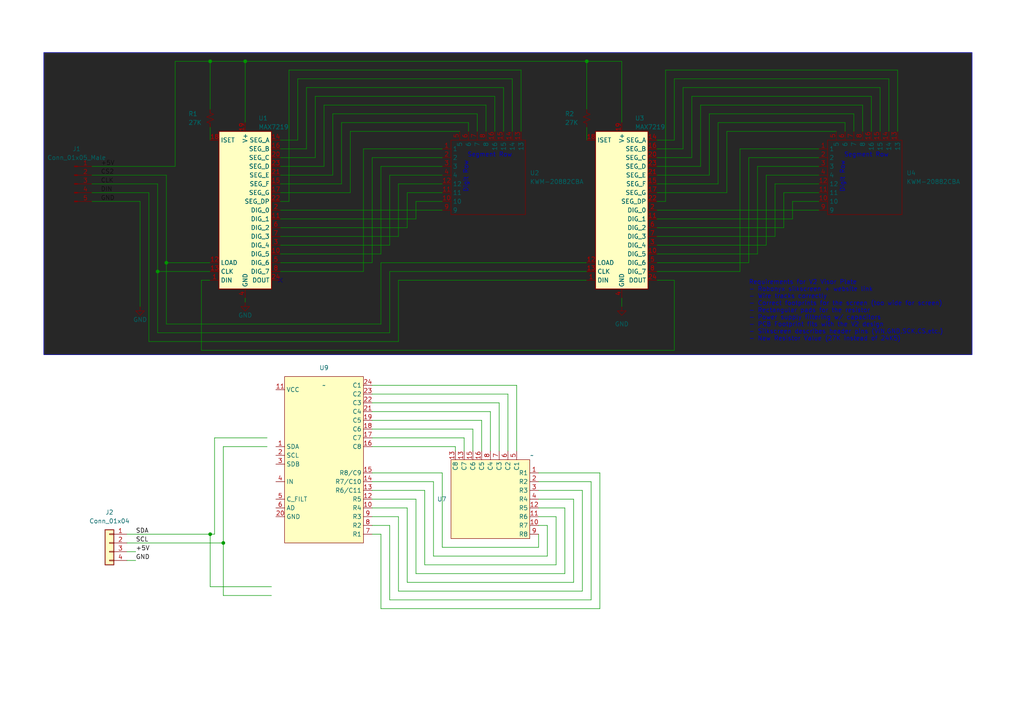
<source format=kicad_sch>
(kicad_sch (version 20230121) (generator eeschema)
  (paper "A4")
  (lib_symbols
    (symbol "Connector:Conn_01x05_Male" (pin_names (offset 1.016) hide)
      (property "Reference" "J" (at 0 7.62 0))
      (property "Value" "Conn_01x05_Male" (at 0 -7.62 0))
      (symbol "Conn_01x05_Male_1_1"
        (polyline (pts (xy 1.27 -5.08) (xy 0.8636 -5.08)) (stroke (width 0.1524)))
        (polyline (pts (xy 1.27 -2.54) (xy 0.8636 -2.54)) (stroke (width 0.1524)))
        (polyline (pts (xy 1.27 0) (xy 0.8636 0)) (stroke (width 0.1524)))
        (polyline (pts (xy 1.27 2.54) (xy 0.8636 2.54)) (stroke (width 0.1524)))
        (polyline (pts (xy 1.27 5.08) (xy 0.8636 5.08)) (stroke (width 0.1524)))
        (rectangle (start 0.8636 -4.953) (end 0 -5.207) (stroke (width 0.1524)) (fill (type outline)))
        (rectangle (start 0.8636 -2.413) (end 0 -2.667) (stroke (width 0.1524)) (fill (type outline)))
        (rectangle (start 0.8636 0.127) (end 0 -0.127) (stroke (width 0.1524)) (fill (type outline)))
        (rectangle (start 0.8636 2.667) (end 0 2.413) (stroke (width 0.1524)) (fill (type outline)))
        (rectangle (start 0.8636 5.207) (end 0 4.953) (stroke (width 0.1524)) (fill (type outline)))
        (pin passive line (at 5.08 5.08 180) (length 3.81) (name "Pin_1") (number "1"))
        (pin passive line (at 5.08 2.54 180) (length 3.81) (name "Pin_2") (number "2"))
        (pin passive line (at 5.08 0 180) (length 3.81) (name "Pin_3") (number "3"))
        (pin passive line (at 5.08 -2.54 180) (length 3.81) (name "Pin_4") (number "4"))
        (pin passive line (at 5.08 -5.08 180) (length 3.81) (name "Pin_5") (number "5"))
      )
    )
    (symbol "Connector_Generic:Conn_01x04" (pin_names (offset 1.016) hide)
      (property "Reference" "J" (at 0 5.08 0))
      (property "Value" "Conn_01x04" (at 0 -7.62 0))
      (symbol "Conn_01x04_1_1"
        (rectangle (start -1.27 -4.953) (end 0 -5.207) (stroke (width 0.1524)))
        (rectangle (start -1.27 -2.413) (end 0 -2.667) (stroke (width 0.1524)))
        (rectangle (start -1.27 0.127) (end 0 -0.127) (stroke (width 0.1524)))
        (rectangle (start -1.27 2.667) (end 0 2.413) (stroke (width 0.1524)))
        (rectangle (start -1.27 3.81) (end 1.27 -6.35) (stroke (width 0.254)) (fill (type background)))
        (pin passive line (at -5.08 2.54 0) (length 3.81) (name "Pin_1") (number "1"))
        (pin passive line (at -5.08 0 0) (length 3.81) (name "Pin_2") (number "2"))
        (pin passive line (at -5.08 -2.54 0) (length 3.81) (name "Pin_3") (number "3"))
        (pin passive line (at -5.08 -5.08 0) (length 3.81) (name "Pin_4") (number "4"))
      )
    )
    (symbol "Device:LED_8x8_Dot_Matrix_Common_Anode"
      (property "Reference" "U" (at -10.16 -12.7 0))
      (symbol "LED_8x8_Dot_Matrix_Common_Anode_1_1"
        (rectangle (start -11.43 11.43) (end 11.43 -11.43) (fill (type background)))
        (pin input line (at -13.97 7.62 0) (length 2.54) (name "R1") (number "1"))
        (pin input line (at -13.97 -7.62 0) (length 2.54) (name "R7") (number "10"))
        (pin input line (at -13.97 -5.08 0) (length 2.54) (name "R6") (number "11"))
        (pin input line (at -13.97 -2.54 0) (length 2.54) (name "R5") (number "12"))
        (pin input line (at 7.62 13.97 270) (length 2.54) (name "C7") (number "13"))
        (pin input line (at 10.16 13.97 270) (length 2.54) (name "C8") (number "13"))
        (pin input line (at 5.08 13.97 270) (length 2.54) (name "C6") (number "15"))
        (pin input line (at 2.54 13.97 270) (length 2.54) (name "C5") (number "16"))
        (pin input line (at -13.97 5.08 0) (length 2.54) (name "R2") (number "2"))
        (pin input line (at -13.97 2.54 0) (length 2.54) (name "R3") (number "3"))
        (pin input line (at -13.97 0 0) (length 2.54) (name "R4") (number "4"))
        (pin input line (at -7.62 13.97 270) (length 2.54) (name "C1") (number "5"))
        (pin input line (at -5.08 13.97 270) (length 2.54) (name "C2") (number "6"))
        (pin input line (at -2.54 13.97 270) (length 2.54) (name "C3") (number "7"))
        (pin input line (at 0 13.97 270) (length 2.54) (name "C4") (number "8"))
        (pin input line (at -13.97 -10.16 0) (length 2.54) (name "R8") (number "9"))
      )
    )
    (symbol "Device:R_Small_US" (pin_numbers hide) (pin_names (offset 0.254) hide)
      (property "Reference" "R" (at 0.762 0.508 0))
      (property "Value" "R_Small_US" (at 0.762 -1.016 0))
      (symbol "R_Small_US_1_1"
        (polyline (pts (xy 0 0) (xy 1.016 -0.381) (xy 0 -0.762) (xy -1.016 -1.143) (xy 0 -1.524)))
        (polyline (pts (xy 0 1.524) (xy 1.016 1.143) (xy 0 0.762) (xy -1.016 0.381) (xy 0 0)))
        (pin passive line (at 0 2.54 270) (length 1.016) (name "~") (number "1"))
        (pin passive line (at 0 -2.54 90) (length 1.016) (name "~") (number "2"))
      )
    )
    (symbol "Driver_LED:MAX7219"
      (property "Reference" "U" (at -6.35 24.13 0))
      (property "Value" "MAX7219" (at 1.27 25.4 0))
      (symbol "MAX7219_0_1"
        (rectangle (start -7.62 22.86) (end 7.62 -22.86) (stroke (width 0.254)) (fill (type background)))
      )
      (symbol "MAX7219_1_1"
        (pin input line (at -10.16 -20.32 0) (length 2.54) (name "DIN") (number "1"))
        (pin output line (at 10.16 -12.7 180) (length 2.54) (name "DIG_5") (number "10"))
        (pin output line (at 10.16 -2.54 180) (length 2.54) (name "DIG_1") (number "11"))
        (pin input line (at -10.16 -15.24 0) (length 2.54) (name "LOAD") (number "12"))
        (pin input line (at -10.16 -17.78 0) (length 2.54) (name "CLK") (number "13"))
        (pin output line (at 10.16 20.32 180) (length 2.54) (name "SEG_A") (number "14"))
        (pin output line (at 10.16 7.62 180) (length 2.54) (name "SEG_F") (number "15"))
        (pin output line (at 10.16 17.78 180) (length 2.54) (name "SEG_B") (number "16"))
        (pin output line (at 10.16 5.08 180) (length 2.54) (name "SEG_G") (number "17"))
        (pin input line (at -10.16 20.32 0) (length 2.54) (name "ISET") (number "18"))
        (pin power_in line (at 0 25.4 270) (length 2.54) (name "V+") (number "19"))
        (pin output line (at 10.16 0 180) (length 2.54) (name "DIG_0") (number "2"))
        (pin output line (at 10.16 15.24 180) (length 2.54) (name "SEG_C") (number "20"))
        (pin output line (at 10.16 10.16 180) (length 2.54) (name "SEG_E") (number "21"))
        (pin output line (at 10.16 2.54 180) (length 2.54) (name "SEG_DP") (number "22"))
        (pin output line (at 10.16 12.7 180) (length 2.54) (name "SEG_D") (number "23"))
        (pin output line (at 10.16 -20.32 180) (length 2.54) (name "DOUT") (number "24"))
        (pin output line (at 10.16 -10.16 180) (length 2.54) (name "DIG_4") (number "3"))
        (pin power_in line (at 0 -25.4 90) (length 2.54) (name "GND") (number "4"))
        (pin output line (at 10.16 -15.24 180) (length 2.54) (name "DIG_6") (number "5"))
        (pin output line (at 10.16 -5.08 180) (length 2.54) (name "DIG_2") (number "6"))
        (pin output line (at 10.16 -7.62 180) (length 2.54) (name "DIG_3") (number "7"))
        (pin output line (at 10.16 -17.78 180) (length 2.54) (name "DIG_7") (number "8"))
        (pin passive line (at 0 -25.4 90) (length 2.54) hide (name "GND") (number "9"))
      )
    )
    (symbol "IS31FL3728_1"
      (property "Reference" "U" (at 0 5.08 0))
      (symbol "IS31FL3728_1_1_1"
        (rectangle (start -11.43 2.54) (end 11.43 -45.72) (fill (type background)))
        (pin input line (at -13.97 -17.78 0) (length 2.54) (name "SDA") (number "1"))
        (pin input line (at 13.97 -35.56 180) (length 2.54) (name "R4") (number "10"))
        (pin input line (at -13.97 -1.27 0) (length 2.54) (name "VCC") (number "11"))
        (pin input line (at 13.97 -33.02 180) (length 2.54) (name "R5") (number "12"))
        (pin input line (at 13.97 -30.48 180) (length 2.54) (name "R6/C11") (number "13"))
        (pin input line (at 13.97 -27.94 180) (length 2.54) (name "R7/C10") (number "14"))
        (pin input line (at 13.97 -25.4 180) (length 2.54) (name "R8/C9") (number "15"))
        (pin input line (at 13.97 -17.78 180) (length 2.54) (name "C8") (number "16"))
        (pin input line (at 13.97 -15.24 180) (length 2.54) (name "C7") (number "17"))
        (pin input line (at 13.97 -12.7 180) (length 2.54) (name "C6") (number "18"))
        (pin input line (at 13.97 -10.16 180) (length 2.54) (name "C5") (number "19"))
        (pin input line (at -13.97 -20.32 0) (length 2.54) (name "SCL") (number "2"))
        (pin input line (at -13.97 -38.1 0) (length 2.54) (name "GND") (number "20"))
        (pin input line (at 13.97 -7.62 180) (length 2.54) (name "C4") (number "21"))
        (pin input line (at 13.97 -5.08 180) (length 2.54) (name "C3") (number "22"))
        (pin input line (at 13.97 -2.54 180) (length 2.54) (name "C2") (number "23"))
        (pin input line (at 13.97 0 180) (length 2.54) (name "C1") (number "24"))
        (pin input line (at -13.97 -22.86 0) (length 2.54) (name "SDB") (number "3"))
        (pin input line (at -13.97 -27.94 0) (length 2.54) (name "IN") (number "4"))
        (pin input line (at -13.97 -33.02 0) (length 2.54) (name "C_FILT") (number "5"))
        (pin input line (at -13.97 -35.56 0) (length 2.54) (name "AD") (number "6"))
        (pin input line (at 13.97 -43.18 180) (length 2.54) (name "R1") (number "7"))
        (pin input line (at 13.97 -40.64 180) (length 2.54) (name "R2") (number "8"))
        (pin input line (at 13.97 -38.1 180) (length 2.54) (name "R3") (number "9"))
      )
    )
    (symbol "KWM-20882CBA:KWM-20882CBA"
      (property "Reference" "U" (at 15.24 -6.35 0))
      (property "Value" "KWM-20882CBA" (at 8.89 -8.89 0))
      (symbol "KWM-20882CBA_0_1"
        (rectangle (start -3.81 11.43) (end 17.78 -10.16))
      )
      (symbol "KWM-20882CBA_1_1"
        (pin bidirectional line (at -6.35 8.89 0) (length 2.54) (name "1") (number "1"))
        (pin bidirectional line (at -6.35 -6.35 0) (length 2.54) (name "10") (number "10"))
        (pin bidirectional line (at -6.35 -3.81 0) (length 2.54) (name "11") (number "11"))
        (pin bidirectional line (at -6.35 -1.27 0) (length 2.54) (name "12") (number "12"))
        (pin bidirectional line (at 16.51 13.97 270) (length 2.54) (name "13") (number "13"))
        (pin bidirectional line (at 13.97 13.97 270) (length 2.54) (name "14") (number "14"))
        (pin bidirectional line (at 11.43 13.97 270) (length 2.54) (name "15") (number "15"))
        (pin bidirectional line (at 8.89 13.97 270) (length 2.54) (name "16") (number "16"))
        (pin bidirectional line (at -6.35 6.35 0) (length 2.54) (name "2") (number "2"))
        (pin bidirectional line (at -6.35 3.81 0) (length 2.54) (name "3") (number "3"))
        (pin bidirectional line (at -6.35 1.27 0) (length 2.54) (name "4") (number "4"))
        (pin bidirectional line (at -1.27 13.97 270) (length 2.54) (name "5") (number "5"))
        (pin bidirectional line (at 1.27 13.97 270) (length 2.54) (name "6") (number "6"))
        (pin bidirectional line (at 3.81 13.97 270) (length 2.54) (name "7") (number "7"))
        (pin bidirectional line (at 6.35 13.97 270) (length 2.54) (name "8") (number "8"))
        (pin bidirectional line (at -6.35 -8.89 0) (length 2.54) (name "9") (number "9"))
      )
    )
    (symbol "power:GND" (power) (pin_names (offset 0))
      (property "Value" "GND" (at 0 -3.81 0))
      (symbol "GND_0_1"
        (polyline (pts (xy 0 0) (xy 0 -1.27) (xy 1.27 -1.27) (xy 0 -2.54) (xy -1.27 -1.27) (xy 0 -1.27)))
      )
      (symbol "GND_1_1"
        (pin power_in line (at 0 0 270) (length 0) hide (name "GND") (number "1"))
      )
    )
  )
  (junction (at 60.96 17.78))
  (junction (at 64.77 157.48))
  (junction (at 170.18 17.78))
  (junction (at 71.12 17.78))
  (junction (at 45.72 78.74))
  (junction (at 60.96 154.94))
  (junction (at 48.26 76.2))
  (no_connect (at 81.28 81.28))
  (wire (pts (xy 110.49 73.66) (xy 81.28 73.66)))
  (wire (pts (xy 156.21 149.86) (xy 161.29 149.86)))
  (wire (pts (xy 250.19 30.48) (xy 203.2 30.48)))
  (wire (pts (xy 43.18 55.88) (xy 43.18 99.06)))
  (wire (pts (xy 107.95 142.24) (xy 123.19 142.24)))
  (wire (pts (xy 190.5 81.28) (xy 195.58 81.28)))
  (wire (pts (xy 107.95 139.7) (xy 125.73 139.7)))
  (wire (pts (xy 198.12 43.18) (xy 190.5 43.18)))
  (wire (pts (xy 156.21 139.7) (xy 171.45 139.7)))
  (wire (pts (xy 139.7 121.92) (xy 139.7 130.81)))
  (wire (pts (xy 81.28 50.8) (xy 96.52 50.8)))
  (wire (pts (xy 50.8 17.78) (xy 60.96 17.78)))
  (wire (pts (xy 115.57 68.58) (xy 81.28 68.58)))
  (wire (pts (xy 107.95 152.4) (xy 113.03 152.4)))
  (wire (pts (xy 180.34 17.78) (xy 180.34 35.56)))
  (wire (pts (xy 190.5 40.64) (xy 195.58 40.64)))
  (wire (pts (xy 58.42 101.6) (xy 195.58 101.6)))
  (wire (pts (xy 171.45 173.99) (xy 113.03 173.99)))
  (wire (pts (xy 237.49 50.8) (xy 222.25 50.8)))
  (wire (pts (xy 64.77 172.72) (xy 78.74 172.72)))
  (wire (pts (xy 170.18 17.78) (xy 180.34 17.78)))
  (wire (pts (xy 39.37 162.56) (xy 36.83 162.56)))
  (wire (pts (xy 40.64 58.42) (xy 40.64 88.9)))
  (wire (pts (xy 107.95 147.32) (xy 118.11 147.32)))
  (wire (pts (xy 214.63 78.74) (xy 190.5 78.74)))
  (wire (pts (xy 107.95 144.78) (xy 120.65 144.78)))
  (wire (pts (xy 107.95 76.2) (xy 81.28 76.2)))
  (wire (pts (xy 101.6 55.88) (xy 81.28 55.88)))
  (wire (pts (xy 107.95 45.72) (xy 107.95 76.2)))
  (wire (pts (xy 62.23 154.94) (xy 62.23 127)))
  (wire (pts (xy 115.57 81.28) (xy 170.18 81.28)))
  (wire (pts (xy 88.9 43.18) (xy 81.28 43.18)))
  (wire (pts (xy 110.49 93.98) (xy 110.49 76.2)))
  (wire (pts (xy 237.49 53.34) (xy 224.79 53.34)))
  (wire (pts (xy 203.2 48.26) (xy 190.5 48.26)))
  (wire (pts (xy 193.04 58.42) (xy 190.5 58.42)))
  (wire (pts (xy 125.73 161.29) (xy 125.73 139.7)))
  (wire (pts (xy 156.21 137.16) (xy 173.99 137.16)))
  (wire (pts (xy 173.99 176.53) (xy 110.49 176.53)))
  (wire (pts (xy 132.08 130.81) (xy 132.08 129.54)))
  (wire (pts (xy 227.33 55.88) (xy 227.33 66.04)))
  (wire (pts (xy 118.11 66.04) (xy 81.28 66.04)))
  (wire (pts (xy 118.11 168.91) (xy 118.11 147.32)))
  (wire (pts (xy 214.63 43.18) (xy 214.63 78.74)))
  (wire (pts (xy 198.12 25.4) (xy 198.12 43.18)))
  (wire (pts (xy 71.12 86.36) (xy 71.12 87.63)))
  (wire (pts (xy 237.49 43.18) (xy 214.63 43.18)))
  (wire (pts (xy 128.27 48.26) (xy 110.49 48.26)))
  (wire (pts (xy 48.26 50.8) (xy 48.26 76.2)))
  (wire (pts (xy 128.27 58.42) (xy 120.65 58.42)))
  (wire (pts (xy 170.18 36.83) (xy 170.18 40.64)))
  (wire (pts (xy 237.49 48.26) (xy 219.71 48.26)))
  (wire (pts (xy 205.74 33.02) (xy 247.65 33.02)))
  (wire (pts (xy 110.49 176.53) (xy 110.49 154.94)))
  (wire (pts (xy 163.83 147.32) (xy 163.83 166.37)))
  (wire (pts (xy 45.72 96.52) (xy 45.72 78.74)))
  (wire (pts (xy 163.83 166.37) (xy 120.65 166.37)))
  (wire (pts (xy 190.5 60.96) (xy 237.49 60.96)))
  (wire (pts (xy 26.67 58.42) (xy 40.64 58.42)))
  (wire (pts (xy 60.96 170.18) (xy 78.74 170.18)))
  (wire (pts (xy 229.87 63.5) (xy 190.5 63.5)))
  (wire (pts (xy 146.05 38.1) (xy 146.05 25.4)))
  (wire (pts (xy 113.03 96.52) (xy 45.72 96.52)))
  (wire (pts (xy 255.27 25.4) (xy 198.12 25.4)))
  (wire (pts (xy 140.97 30.48) (xy 93.98 30.48)))
  (wire (pts (xy 146.05 25.4) (xy 88.9 25.4)))
  (wire (pts (xy 138.43 33.02) (xy 138.43 38.1)))
  (wire (pts (xy 193.04 20.32) (xy 193.04 58.42)))
  (wire (pts (xy 173.99 137.16) (xy 173.99 176.53)))
  (wire (pts (xy 252.73 27.94) (xy 200.66 27.94)))
  (wire (pts (xy 156.21 158.75) (xy 128.27 158.75)))
  (wire (pts (xy 161.29 149.86) (xy 161.29 163.83)))
  (wire (pts (xy 110.49 76.2) (xy 170.18 76.2)))
  (wire (pts (xy 128.27 50.8) (xy 113.03 50.8)))
  (wire (pts (xy 64.77 129.54) (xy 77.47 129.54)))
  (wire (pts (xy 107.95 154.94) (xy 110.49 154.94)))
  (wire (pts (xy 168.91 171.45) (xy 115.57 171.45)))
  (wire (pts (xy 60.96 154.94) (xy 62.23 154.94)))
  (wire (pts (xy 156.21 152.4) (xy 158.75 152.4)))
  (wire (pts (xy 60.96 76.2) (xy 48.26 76.2)))
  (wire (pts (xy 156.21 142.24) (xy 168.91 142.24)))
  (wire (pts (xy 39.37 160.02) (xy 36.83 160.02)))
  (wire (pts (xy 170.18 78.74) (xy 113.03 78.74)))
  (wire (pts (xy 158.75 161.29) (xy 125.73 161.29)))
  (wire (pts (xy 224.79 53.34) (xy 224.79 68.58)))
  (wire (pts (xy 151.13 20.32) (xy 83.82 20.32)))
  (wire (pts (xy 190.5 50.8) (xy 205.74 50.8)))
  (wire (pts (xy 255.27 38.1) (xy 255.27 25.4)))
  (wire (pts (xy 170.18 17.78) (xy 170.18 31.75)))
  (wire (pts (xy 48.26 93.98) (xy 110.49 93.98)))
  (wire (pts (xy 36.83 157.48) (xy 64.77 157.48)))
  (wire (pts (xy 250.19 38.1) (xy 250.19 30.48)))
  (wire (pts (xy 107.95 121.92) (xy 139.7 121.92)))
  (wire (pts (xy 247.65 33.02) (xy 247.65 38.1)))
  (wire (pts (xy 64.77 157.48) (xy 64.77 172.72)))
  (wire (pts (xy 60.96 36.83) (xy 60.96 40.64)))
  (wire (pts (xy 107.95 124.46) (xy 137.16 124.46)))
  (wire (pts (xy 208.28 53.34) (xy 190.5 53.34)))
  (wire (pts (xy 252.73 38.1) (xy 252.73 27.94)))
  (wire (pts (xy 120.65 63.5) (xy 81.28 63.5)))
  (wire (pts (xy 88.9 25.4) (xy 88.9 43.18)))
  (wire (pts (xy 171.45 139.7) (xy 171.45 173.99)))
  (wire (pts (xy 81.28 40.64) (xy 86.36 40.64)))
  (wire (pts (xy 140.97 38.1) (xy 140.97 30.48)))
  (wire (pts (xy 128.27 55.88) (xy 118.11 55.88)))
  (wire (pts (xy 158.75 152.4) (xy 158.75 161.29)))
  (wire (pts (xy 227.33 66.04) (xy 190.5 66.04)))
  (wire (pts (xy 107.95 129.54) (xy 132.08 129.54)))
  (wire (pts (xy 83.82 58.42) (xy 81.28 58.42)))
  (wire (pts (xy 48.26 76.2) (xy 48.26 93.98)))
  (wire (pts (xy 217.17 76.2) (xy 190.5 76.2)))
  (wire (pts (xy 107.95 111.76) (xy 149.86 111.76)))
  (wire (pts (xy 86.36 40.64) (xy 86.36 22.86)))
  (wire (pts (xy 60.96 154.94) (xy 60.96 170.18)))
  (wire (pts (xy 113.03 173.99) (xy 113.03 152.4)))
  (wire (pts (xy 161.29 163.83) (xy 123.19 163.83)))
  (wire (pts (xy 107.95 137.16) (xy 128.27 137.16)))
  (wire (pts (xy 128.27 53.34) (xy 115.57 53.34)))
  (wire (pts (xy 105.41 43.18) (xy 105.41 78.74)))
  (wire (pts (xy 91.44 27.94) (xy 91.44 45.72)))
  (wire (pts (xy 113.03 78.74) (xy 113.03 96.52)))
  (wire (pts (xy 115.57 171.45) (xy 115.57 149.86)))
  (wire (pts (xy 83.82 20.32) (xy 83.82 58.42)))
  (wire (pts (xy 93.98 48.26) (xy 81.28 48.26)))
  (wire (pts (xy 128.27 43.18) (xy 105.41 43.18)))
  (wire (pts (xy 147.32 114.3) (xy 147.32 130.81)))
  (wire (pts (xy 200.66 27.94) (xy 200.66 45.72)))
  (wire (pts (xy 208.28 35.56) (xy 208.28 53.34)))
  (wire (pts (xy 105.41 78.74) (xy 81.28 78.74)))
  (wire (pts (xy 71.12 17.78) (xy 71.12 35.56)))
  (wire (pts (xy 43.18 99.06) (xy 115.57 99.06)))
  (wire (pts (xy 143.51 27.94) (xy 91.44 27.94)))
  (wire (pts (xy 107.95 114.3) (xy 147.32 114.3)))
  (wire (pts (xy 118.11 55.88) (xy 118.11 66.04)))
  (wire (pts (xy 156.21 147.32) (xy 163.83 147.32)))
  (wire (pts (xy 113.03 71.12) (xy 81.28 71.12)))
  (wire (pts (xy 149.86 111.76) (xy 149.86 130.81)))
  (wire (pts (xy 86.36 22.86) (xy 148.59 22.86)))
  (wire (pts (xy 224.79 68.58) (xy 190.5 68.58)))
  (wire (pts (xy 134.62 130.81) (xy 134.62 127)))
  (wire (pts (xy 151.13 38.1) (xy 151.13 20.32)))
  (wire (pts (xy 99.06 53.34) (xy 81.28 53.34)))
  (wire (pts (xy 222.25 71.12) (xy 190.5 71.12)))
  (wire (pts (xy 60.96 17.78) (xy 71.12 17.78)))
  (wire (pts (xy 166.37 144.78) (xy 166.37 168.91)))
  (wire (pts (xy 71.12 17.78) (xy 170.18 17.78)))
  (wire (pts (xy 210.82 55.88) (xy 190.5 55.88)))
  (wire (pts (xy 168.91 142.24) (xy 168.91 171.45)))
  (wire (pts (xy 219.71 48.26) (xy 219.71 73.66)))
  (wire (pts (xy 62.23 127) (xy 77.47 127)))
  (wire (pts (xy 148.59 22.86) (xy 148.59 38.1)))
  (wire (pts (xy 166.37 168.91) (xy 118.11 168.91)))
  (wire (pts (xy 58.42 101.6) (xy 58.42 81.28)))
  (wire (pts (xy 195.58 81.28) (xy 195.58 101.6)))
  (wire (pts (xy 245.11 38.1) (xy 245.11 35.56)))
  (wire (pts (xy 123.19 163.83) (xy 123.19 142.24)))
  (wire (pts (xy 115.57 99.06) (xy 115.57 81.28)))
  (wire (pts (xy 237.49 45.72) (xy 217.17 45.72)))
  (wire (pts (xy 43.18 55.88) (xy 26.67 55.88)))
  (wire (pts (xy 217.17 45.72) (xy 217.17 76.2)))
  (wire (pts (xy 45.72 53.34) (xy 45.72 78.74)))
  (wire (pts (xy 219.71 73.66) (xy 190.5 73.66)))
  (wire (pts (xy 237.49 55.88) (xy 227.33 55.88)))
  (wire (pts (xy 137.16 130.81) (xy 137.16 124.46)))
  (wire (pts (xy 96.52 33.02) (xy 138.43 33.02)))
  (wire (pts (xy 64.77 157.48) (xy 64.77 129.54)))
  (wire (pts (xy 203.2 30.48) (xy 203.2 48.26)))
  (wire (pts (xy 229.87 58.42) (xy 229.87 63.5)))
  (wire (pts (xy 26.67 48.26) (xy 50.8 48.26)))
  (wire (pts (xy 81.28 60.96) (xy 128.27 60.96)))
  (wire (pts (xy 128.27 45.72) (xy 107.95 45.72)))
  (wire (pts (xy 120.65 58.42) (xy 120.65 63.5)))
  (wire (pts (xy 195.58 22.86) (xy 257.81 22.86)))
  (wire (pts (xy 156.21 144.78) (xy 166.37 144.78)))
  (wire (pts (xy 45.72 78.74) (xy 60.96 78.74)))
  (wire (pts (xy 260.35 20.32) (xy 193.04 20.32)))
  (wire (pts (xy 93.98 30.48) (xy 93.98 48.26)))
  (wire (pts (xy 210.82 38.1) (xy 210.82 55.88)))
  (wire (pts (xy 48.26 50.8) (xy 26.67 50.8)))
  (wire (pts (xy 101.6 38.1) (xy 101.6 55.88)))
  (wire (pts (xy 99.06 35.56) (xy 99.06 53.34)))
  (wire (pts (xy 115.57 53.34) (xy 115.57 68.58)))
  (wire (pts (xy 113.03 50.8) (xy 113.03 71.12)))
  (wire (pts (xy 60.96 17.78) (xy 60.96 31.75)))
  (wire (pts (xy 257.81 22.86) (xy 257.81 38.1)))
  (wire (pts (xy 142.24 130.81) (xy 142.24 119.38)))
  (wire (pts (xy 36.83 154.94) (xy 60.96 154.94)))
  (wire (pts (xy 135.89 35.56) (xy 99.06 35.56)))
  (wire (pts (xy 144.78 116.84) (xy 144.78 130.81)))
  (wire (pts (xy 260.35 38.1) (xy 260.35 20.32)))
  (wire (pts (xy 96.52 50.8) (xy 96.52 33.02)))
  (wire (pts (xy 58.42 81.28) (xy 60.96 81.28)))
  (wire (pts (xy 156.21 154.94) (xy 156.21 158.75)))
  (wire (pts (xy 26.67 53.34) (xy 45.72 53.34)))
  (wire (pts (xy 50.8 17.78) (xy 50.8 48.26)))
  (wire (pts (xy 200.66 45.72) (xy 190.5 45.72)))
  (wire (pts (xy 107.95 119.38) (xy 142.24 119.38)))
  (wire (pts (xy 195.58 40.64) (xy 195.58 22.86)))
  (wire (pts (xy 107.95 116.84) (xy 144.78 116.84)))
  (wire (pts (xy 245.11 35.56) (xy 208.28 35.56)))
  (wire (pts (xy 110.49 48.26) (xy 110.49 73.66)))
  (wire (pts (xy 222.25 50.8) (xy 222.25 71.12)))
  (wire (pts (xy 180.34 86.36) (xy 180.34 88.9)))
  (wire (pts (xy 205.74 50.8) (xy 205.74 33.02)))
  (wire (pts (xy 237.49 58.42) (xy 229.87 58.42)))
  (wire (pts (xy 133.35 38.1) (xy 101.6 38.1)))
  (wire (pts (xy 242.57 38.1) (xy 210.82 38.1)))
  (wire (pts (xy 143.51 38.1) (xy 143.51 27.94)))
  (wire (pts (xy 107.95 149.86) (xy 115.57 149.86)))
  (wire (pts (xy 135.89 38.1) (xy 135.89 35.56)))
  (wire (pts (xy 91.44 45.72) (xy 81.28 45.72)))
  (wire (pts (xy 120.65 166.37) (xy 120.65 144.78)))
  (wire (pts (xy 107.95 127) (xy 134.62 127)))
  (wire (pts (xy 128.27 158.75) (xy 128.27 137.16)))
  (rectangle (start 12.7 15.24) (end 281.94 102.87) (fill (type color) (color 39 39 39 1)))
  (text "Digit Row" (at 135.89 55.88 90) (effects (font (size 1.27 1.27)) (justify left bottom)))
  (text "Segment Row" (at 148.59 45.72 0) (effects (font (size 1.27 1.27)) (justify right bottom)))
  (text "Digit Row" (at 245.11 55.88 90) (effects (font (size 1.27 1.27)) (justify left bottom)))
  (text "Segment Row" (at 257.81 45.72 0) (effects (font (size 1.27 1.27)) (justify right bottom)))
  (text "Requirements for V2 Visor Plate\n- Robonyx silkscreen + website link\n- Wire tracks correctly\n- Correct footprints for the screen (too wide for screen)\n- Rectangular pads for the resistor\n- Power supply filtering w/ capacitors\n- PCB Footprint fits with the V2 design\n- Silkscreen describes header pins (VIN,GND,SCK,CS,etc.)\n- New Resistor Value (27K instead of 24K5)" (at 217.17 99.06 0) (effects (font (size 1.27 1.27)) (justify left bottom)))
  (label "GND" (at 39.37 162.56 0))
  (label "CS2" (at 29.21 50.8 0))
  (label "+5V" (at 29.21 48.26 0))
  (label "CLK" (at 29.21 53.34 0))
  (label "SDA" (at 39.37 154.94 0))
  (label "GND" (at 29.21 58.42 0))
  (label "+5V" (at 39.37 160.02 0))
  (label "SCL" (at 39.37 157.48 0))
  (label "DIN" (at 29.21 55.88 0))
  (symbol (lib_id "Connector_Generic:Conn_01x04") (at 31.75 157.48 0) (mirror y) (unit 1)
    (property "Reference" "J2" (at 31.75 148.59 0))
    (property "Value" "Conn_01x04" (at 31.75 151.13 0))
    (property "Footprint" "Connector_PinHeader_2.54mm:PinHeader_1x04_P2.54mm_Vertical" (effects hide))
  )
  (symbol (lib_id "Driver_LED:MAX7219") (at 180.34 60.96 0) (unit 1)
    (property "Reference" "U3" (at 184.15 34.29 0) (effects (justify left)))
    (property "Value" "MAX7219" (at 184.15 36.83 0) (effects (justify left)))
    (property "Footprint" "Package_SO:SOIC-24W_7.5x15.4mm_P1.27mm" (effects hide))
    (property "Datasheet" "https://datasheets.maximintegrated.com/en/ds/MAX7219-MAX7221.pdf" (effects hide))
  )
  (symbol (lib_id "Driver_LED:MAX7219") (at 71.12 60.96 0) (unit 1)
    (property "Reference" "U1" (at 74.93 34.29 0) (effects (justify left)))
    (property "Value" "MAX7219" (at 74.93 36.83 0) (effects (justify left)))
    (property "Footprint" "Package_SO:SOIC-24W_7.5x15.4mm_P1.27mm" (effects hide))
    (property "Datasheet" "https://datasheets.maximintegrated.com/en/ds/MAX7219-MAX7221.pdf" (effects hide))
  )
  (symbol (lib_id "Device:R_Small_US") (at 170.18 34.29 180) (unit 1)
    (property "Reference" "R2" (at 163.83 33.02 0) (effects (justify right)))
    (property "Value" "27K" (at 163.83 35.56 0) (effects (justify right)))
    (property "Footprint" "Resistor_SMD:R_0805_2012Metric" (effects hide))
  )
  (symbol (lib_id "Connector:Conn_01x05_Male") (at 21.59 53.34 0) (unit 1)
    (property "Reference" "J1" (at 22.225 43.18 0))
    (property "Value" "Conn_01x05_Male" (at 22.225 45.72 0))
    (property "Footprint" "Connector_PinSocket_2.54mm:PinSocket_1x05_P2.54mm_Vertical" (effects hide))
  )
  (symbol (lib_id "Device:R_Small_US") (at 60.96 34.29 180) (unit 1)
    (property "Reference" "R1" (at 54.61 33.02 0) (effects (justify right)))
    (property "Value" "27K" (at 54.61 35.56 0) (effects (justify right)))
    (property "Footprint" "Resistor_SMD:R_0805_2012Metric" (effects hide))
  )
  (symbol (lib_id "power:GND") (at 180.34 88.9 0) (unit 1)
    (property "Reference" "#PWR0101" (effects hide))
    (property "Value" "GND" (at 180.34 93.98 0))
  )
  (symbol (lib_id "Device:LED_8x8_Dot_Matrix_Common_Anode") (at 142.24 144.78 0) (mirror y) (unit 1)
    (property "Reference" "U7" (at 129.54 144.78 0) (effects (justify left)))
    (property "Value" "~" (at 154.305 132.08 0))
    (property "Datasheet" "https://cdn-shop.adafruit.com/datasheets/956datasheet.pdf" (effects hide))
  )
  (symbol (lib_id "KWM-20882CBA:KWM-20882CBA") (at 134.62 52.07 0) (unit 1)
    (property "Reference" "U2" (at 153.67 50.1649 0) (effects (justify left)))
    (property "Value" "KWM-20882CBA" (at 153.67 52.7049 0) (effects (justify left)))
    (property "Footprint" "LIB:KWM-20882CBA" (effects hide))
  )
  (symbol (lib_id "KWM-20882CBA:KWM-20882CBA") (at 243.84 52.07 0) (unit 1)
    (property "Reference" "U4" (at 262.89 50.1649 0) (effects (justify left)))
    (property "Value" "KWM-20882CBA" (at 262.89 52.7049 0) (effects (justify left)))
    (property "Footprint" "LIB:KWM-20882CBA" (effects hide))
  )
  (symbol (lib_name "IS31FL3728_1") (lib_id "Driver_LED:IS31FL3728") (at 93.98 111.76 0) (unit 1)
    (property "Reference" "U9" (at 93.98 106.68 0))
    (property "Value" "~" (at 93.98 111.76 0))
    (property "Footprint" "Package_DFN_QFN:QFN-24-1EP_4x4mm_P0.5mm_EP2.65x2.65mm" (effects hide))
    (property "Datasheet" "https://www.lumissil.com/assets/pdf/core/IS31FL3728_DS.pdf" (effects hide))
  )
  (symbol (lib_id "power:GND") (at 71.12 87.63 0) (unit 1)
    (property "Reference" "#PWR0102" (effects hide))
    (property "Value" "GND" (at 71.12 91.44 0))
  )
  (symbol (lib_id "power:GND") (at 40.64 88.9 0) (unit 1)
    (property "Reference" "#PWR0103" (effects hide))
    (property "Value" "GND" (at 40.64 92.71 0))
  )
)
</source>
